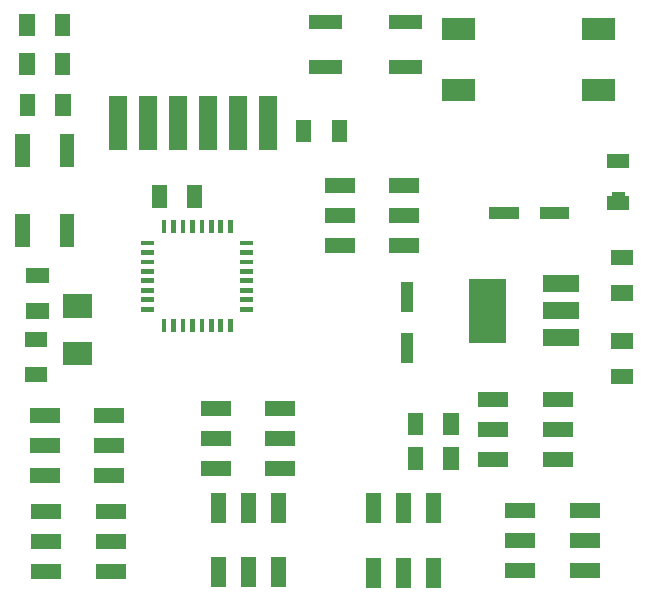
<source format=gbr>
G04 start of page 15 for group -4015 idx -4015 *
G04 Title: (unknown), toppaste *
G04 Creator: pcb 20140316 *
G04 CreationDate: Wed Jul  8 15:06:37 2015 UTC *
G04 For: frankenteddy *
G04 Format: Gerber/RS-274X *
G04 PCB-Dimensions (mil): 3270.00 2515.00 *
G04 PCB-Coordinate-Origin: lower left *
%MOIN*%
%FSLAX25Y25*%
%LNTOPPASTE*%
%ADD83R,0.0787X0.0787*%
%ADD82R,0.0157X0.0157*%
%ADD81R,0.0600X0.0600*%
%ADD80R,0.0394X0.0394*%
%ADD79R,0.1220X0.1220*%
%ADD78R,0.0560X0.0560*%
%ADD77R,0.0748X0.0748*%
%ADD76R,0.0500X0.0500*%
%ADD75R,0.0510X0.0510*%
%ADD74R,0.0118X0.0118*%
%ADD73R,0.0472X0.0472*%
G54D73*X261222Y161521D02*X263978D01*
X261222Y175300D02*X263978D01*
G54D74*X261025Y164473D02*X264175D01*
G54D75*X262600Y131400D02*X265000D01*
X262600Y143200D02*X265000D01*
G54D76*X69000Y70500D02*X74000D01*
X69000Y80500D02*X74000D01*
X69000Y90500D02*X74000D01*
X90500Y70500D02*X95500D01*
X90500Y80500D02*X95500D01*
X90500Y90500D02*X95500D01*
X69500Y38500D02*X74500D01*
X69500Y48500D02*X74500D01*
X69500Y58500D02*X74500D01*
X91000Y38500D02*X96000D01*
X91000Y48500D02*X96000D01*
X91000Y58500D02*X96000D01*
G54D77*X254185Y219473D02*X257728D01*
X254185Y199000D02*X257728D01*
X207728D02*X211272D01*
X207728Y219473D02*X211272D01*
G54D73*X188550Y206800D02*X194849D01*
X161779D02*X168078D01*
X188550Y221761D02*X194849D01*
X161779D02*X168078D01*
G54D78*X240200Y116500D02*X246800D01*
X240200Y125500D02*X246800D01*
X240200Y134600D02*X246800D01*
G54D79*X219100Y130000D02*Y121000D01*
G54D75*X262600Y103600D02*X265000D01*
X262600Y115400D02*X265000D01*
G54D80*X192327Y116055D02*Y110150D01*
Y132984D02*Y127079D01*
X221550Y158173D02*X227455D01*
X238479D02*X244384D01*
G54D73*X79000Y182149D02*Y175850D01*
Y155378D02*Y149079D01*
X64039Y182149D02*Y175850D01*
Y155378D02*Y149079D01*
G54D75*X65700Y195200D02*Y192800D01*
X77500Y195200D02*Y192800D01*
G54D76*X167200Y147100D02*X172200D01*
X167200Y157100D02*X172200D01*
X167200Y167100D02*X172200D01*
X188700Y147100D02*X193700D01*
X188700Y157100D02*X193700D01*
X188700Y167100D02*X193700D01*
G54D81*X95700Y194200D02*Y182200D01*
X105700Y194200D02*Y182200D01*
X115700Y194200D02*Y182200D01*
X125700Y194200D02*Y182200D01*
X135700Y194200D02*Y182200D01*
X145700Y194200D02*Y182200D01*
G54D75*X157800Y186600D02*Y184200D01*
X169600Y186600D02*Y184200D01*
X67350Y104150D02*X69750D01*
X67350Y115950D02*X69750D01*
X121400Y164700D02*Y162300D01*
X109600Y164700D02*Y162300D01*
G54D82*X104258Y148073D02*X107184D01*
X104258Y144924D02*X107184D01*
X104258Y141774D02*X107184D01*
X104258Y138625D02*X107184D01*
X104258Y135475D02*X107184D01*
X104258Y132325D02*X107184D01*
X104258Y129176D02*X107184D01*
X104258Y126026D02*X107184D01*
X111227Y121984D02*Y119058D01*
X114376Y121984D02*Y119058D01*
X117526Y121984D02*Y119058D01*
X120675Y121984D02*Y119058D01*
X123825Y121984D02*Y119058D01*
X126975Y121984D02*Y119058D01*
X130124Y121984D02*Y119058D01*
X133274Y121984D02*Y119058D01*
X137316Y126027D02*X140242D01*
X137316Y129176D02*X140242D01*
X137316Y132326D02*X140242D01*
X137316Y135475D02*X140242D01*
X137316Y138625D02*X140242D01*
X137316Y141775D02*X140242D01*
X137316Y144924D02*X140242D01*
X137316Y148074D02*X140242D01*
X133273Y155042D02*Y152116D01*
X130124Y155042D02*Y152116D01*
X126974Y155042D02*Y152116D01*
X123825Y155042D02*Y152116D01*
X120675Y155042D02*Y152116D01*
X117525Y155042D02*Y152116D01*
X114376Y155042D02*Y152116D01*
X111226Y155042D02*Y152116D01*
G54D83*X81556Y111282D02*X83131D01*
X81556Y127030D02*X83131D01*
G54D76*X240000Y96000D02*X245000D01*
X240000Y86000D02*X245000D01*
X240000Y76000D02*X245000D01*
X218500Y96000D02*X223500D01*
X218500Y86000D02*X223500D01*
X218500Y76000D02*X223500D01*
G54D75*X65500Y221900D02*Y219500D01*
X77300Y221900D02*Y219500D01*
X65550Y208950D02*Y206550D01*
X77350Y208950D02*Y206550D01*
G54D76*X227500Y39000D02*X232500D01*
X227500Y49000D02*X232500D01*
X227500Y59000D02*X232500D01*
X249000Y39000D02*X254000D01*
X249000Y49000D02*X254000D01*
X249000Y59000D02*X254000D01*
G54D75*X67750Y125450D02*X70150D01*
X67750Y137250D02*X70150D01*
G54D76*X200900Y40700D02*Y35700D01*
X190900Y40700D02*Y35700D01*
X180900Y40700D02*Y35700D01*
X200900Y62200D02*Y57200D01*
X190900Y62200D02*Y57200D01*
X180900Y62200D02*Y57200D01*
G54D75*X195050Y88950D02*Y86550D01*
X206850Y88950D02*Y86550D01*
X195050Y77450D02*Y75050D01*
X206850Y77450D02*Y75050D01*
G54D76*X149400Y40800D02*Y35800D01*
X139400Y40800D02*Y35800D01*
X129400Y40800D02*Y35800D01*
X149400Y62300D02*Y57300D01*
X139400Y62300D02*Y57300D01*
X129400Y62300D02*Y57300D01*
X125900Y73000D02*X130900D01*
X125900Y83000D02*X130900D01*
X125900Y93000D02*X130900D01*
X147400Y73000D02*X152400D01*
X147400Y83000D02*X152400D01*
X147400Y93000D02*X152400D01*
M02*

</source>
